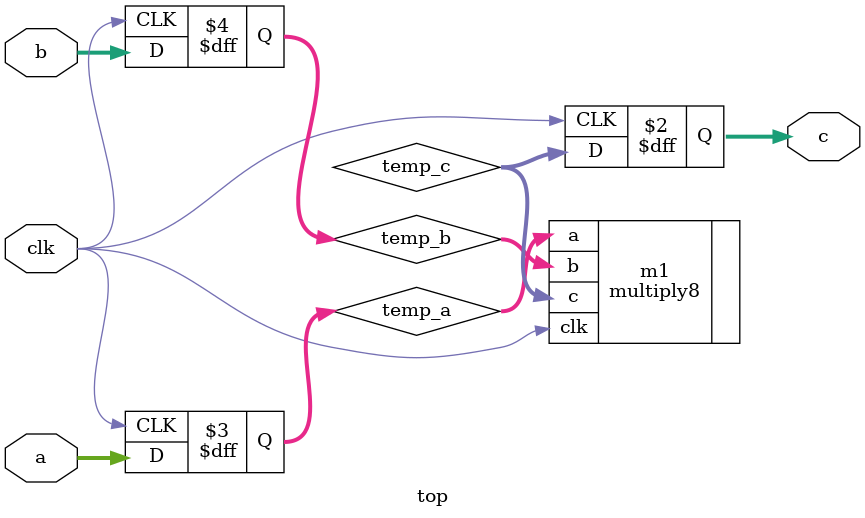
<source format=v>


module top #(parameter index=0) (input clk,
input [7:0] a,
input [7:0] b,
output reg [15:0] c);
 

reg  [7:0] temp_a;
wire [15:0] temp_c;
reg  [7:0] temp_b;


multiply8 m1(.clk(clk),.a(temp_a),.b(temp_b),.c(temp_c));
always @(posedge clk)
begin
    temp_a<=a;
    temp_b<=b;
    c<=temp_c;
end


 
endmodule

</source>
